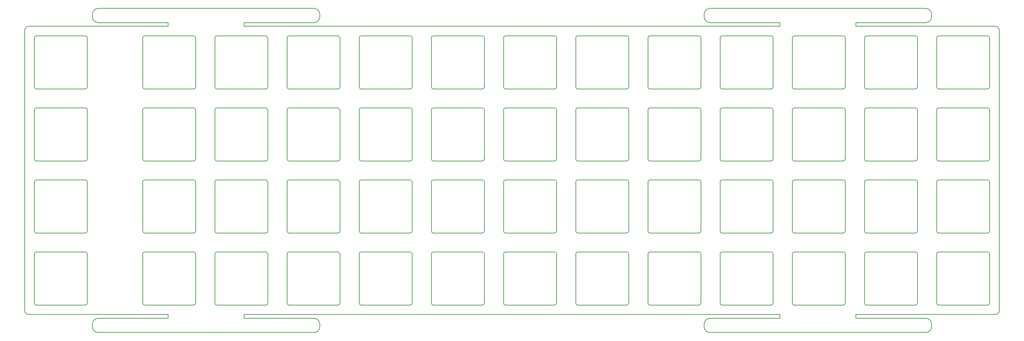
<source format=gbr>
%TF.GenerationSoftware,KiCad,Pcbnew,7.0.1-0*%
%TF.CreationDate,2023-08-02T22:38:37-05:00*%
%TF.ProjectId,plate,706c6174-652e-46b6-9963-61645f706362,rev?*%
%TF.SameCoordinates,Original*%
%TF.FileFunction,Profile,NP*%
%FSLAX46Y46*%
G04 Gerber Fmt 4.6, Leading zero omitted, Abs format (unit mm)*
G04 Created by KiCad (PCBNEW 7.0.1-0) date 2023-08-02 22:38:37*
%MOMM*%
%LPD*%
G01*
G04 APERTURE LIST*
%TA.AperFunction,Profile*%
%ADD10C,0.200000*%
%TD*%
G04 APERTURE END LIST*
D10*
X50300000Y-98800000D02*
X63300000Y-98800000D01*
X49800000Y-98300000D02*
G75*
G03*
X50300000Y-98800000I500001J1D01*
G01*
X49800000Y-85300000D02*
X49800000Y-98300000D01*
X50300000Y-84800000D02*
G75*
G03*
X49800000Y-85300000I1J-500001D01*
G01*
X63300000Y-84800000D02*
X50300000Y-84800000D01*
X63800000Y-85300000D02*
G75*
G03*
X63300000Y-84800000I-500001J-1D01*
G01*
X63800000Y-98300000D02*
X63800000Y-85300000D01*
X63300000Y-98800000D02*
G75*
G03*
X63800000Y-98300000I-1J500001D01*
G01*
X240800000Y-60700000D02*
X253800000Y-60700000D01*
X240300000Y-60200000D02*
G75*
G03*
X240800000Y-60700000I500001J1D01*
G01*
X240300000Y-47200000D02*
X240300000Y-60200000D01*
X240800000Y-46700000D02*
G75*
G03*
X240300000Y-47200000I1J-500001D01*
G01*
X253800000Y-46700000D02*
X240800000Y-46700000D01*
X254300000Y-47200000D02*
G75*
G03*
X253800000Y-46700000I-500001J-1D01*
G01*
X254300000Y-60200000D02*
X254300000Y-47200000D01*
X253800000Y-60700000D02*
G75*
G03*
X254300000Y-60200000I-1J500001D01*
G01*
X107450000Y-79750000D02*
X120450000Y-79750000D01*
X106950000Y-79250000D02*
G75*
G03*
X107450000Y-79750000I500001J1D01*
G01*
X106950000Y-66250000D02*
X106950000Y-79250000D01*
X107450000Y-65750000D02*
G75*
G03*
X106950000Y-66250000I1J-500001D01*
G01*
X120450000Y-65750000D02*
X107450000Y-65750000D01*
X120950000Y-66250000D02*
G75*
G03*
X120450000Y-65750000I-500001J-1D01*
G01*
X120950000Y-79250000D02*
X120950000Y-66250000D01*
X120450000Y-79750000D02*
G75*
G03*
X120950000Y-79250000I-1J500001D01*
G01*
X145550000Y-79750000D02*
X158550000Y-79750000D01*
X145050000Y-79250000D02*
G75*
G03*
X145550000Y-79750000I500001J1D01*
G01*
X145050000Y-66250000D02*
X145050000Y-79250000D01*
X145550000Y-65750000D02*
G75*
G03*
X145050000Y-66250000I1J-500001D01*
G01*
X158550000Y-65750000D02*
X145550000Y-65750000D01*
X159050000Y-66250000D02*
G75*
G03*
X158550000Y-65750000I-500001J-1D01*
G01*
X159050000Y-79250000D02*
X159050000Y-66250000D01*
X158550000Y-79750000D02*
G75*
G03*
X159050000Y-79250000I-1J500001D01*
G01*
X202700000Y-117850000D02*
X215700000Y-117850000D01*
X202200000Y-117350000D02*
G75*
G03*
X202700000Y-117850000I500001J1D01*
G01*
X202200000Y-104350000D02*
X202200000Y-117350000D01*
X202700000Y-103850000D02*
G75*
G03*
X202200000Y-104350000I1J-500001D01*
G01*
X215700000Y-103850000D02*
X202700000Y-103850000D01*
X216200000Y-104350000D02*
G75*
G03*
X215700000Y-103850000I-500001J-1D01*
G01*
X216200000Y-117350000D02*
X216200000Y-104350000D01*
X215700000Y-117850000D02*
G75*
G03*
X216200000Y-117350000I-1J500001D01*
G01*
X69350000Y-79750000D02*
X82350000Y-79750000D01*
X68850000Y-79250000D02*
G75*
G03*
X69350000Y-79750000I500001J1D01*
G01*
X68850000Y-66250000D02*
X68850000Y-79250000D01*
X69350000Y-65750000D02*
G75*
G03*
X68850000Y-66250000I1J-500001D01*
G01*
X82350000Y-65750000D02*
X69350000Y-65750000D01*
X82850000Y-66250000D02*
G75*
G03*
X82350000Y-65750000I-500001J-1D01*
G01*
X82850000Y-79250000D02*
X82850000Y-66250000D01*
X82350000Y-79750000D02*
G75*
G03*
X82850000Y-79250000I-1J500001D01*
G01*
X178100000Y-66250000D02*
G75*
G03*
X177600000Y-65750000I-500001J-1D01*
G01*
X164600000Y-65750000D02*
X177600000Y-65750000D01*
X164600000Y-65750000D02*
G75*
G03*
X164100000Y-66250000I1J-500001D01*
G01*
X164100000Y-79250000D02*
X164100000Y-66250000D01*
X164100000Y-79250000D02*
G75*
G03*
X164600000Y-79750000I500001J1D01*
G01*
X177600000Y-79750000D02*
X164600000Y-79750000D01*
X177600000Y-79750000D02*
G75*
G03*
X178100000Y-79250000I-1J500001D01*
G01*
X178100000Y-66250000D02*
X178100000Y-79250000D01*
X240300000Y-85300000D02*
X240300000Y-98300000D01*
X240800000Y-84800000D02*
G75*
G03*
X240300000Y-85300000I1J-500001D01*
G01*
X253800000Y-84800000D02*
X240800000Y-84800000D01*
X254300000Y-85300000D02*
G75*
G03*
X253800000Y-84800000I-500001J-1D01*
G01*
X254300000Y-98300000D02*
X254300000Y-85300000D01*
X253800000Y-98800000D02*
G75*
G03*
X254300000Y-98300000I-1J500001D01*
G01*
X240800000Y-98800000D02*
X253800000Y-98800000D01*
X240300000Y-98300000D02*
G75*
G03*
X240800000Y-98800000I500001J1D01*
G01*
X145550000Y-117850000D02*
X158550000Y-117850000D01*
X145050000Y-117350000D02*
G75*
G03*
X145550000Y-117850000I500001J1D01*
G01*
X145050000Y-104350000D02*
X145050000Y-117350000D01*
X145550000Y-103850000D02*
G75*
G03*
X145050000Y-104350000I1J-500001D01*
G01*
X158550000Y-103850000D02*
X145550000Y-103850000D01*
X159050000Y-104350000D02*
G75*
G03*
X158550000Y-103850000I-500001J-1D01*
G01*
X159050000Y-117350000D02*
X159050000Y-104350000D01*
X158550000Y-117850000D02*
G75*
G03*
X159050000Y-117350000I-1J500001D01*
G01*
X69350000Y-98800000D02*
X82350000Y-98800000D01*
X68850000Y-98300000D02*
G75*
G03*
X69350000Y-98800000I500001J1D01*
G01*
X68850000Y-85300000D02*
X68850000Y-98300000D01*
X69350000Y-84800000D02*
G75*
G03*
X68850000Y-85300000I1J-500001D01*
G01*
X82350000Y-84800000D02*
X69350000Y-84800000D01*
X82850000Y-85300000D02*
G75*
G03*
X82350000Y-84800000I-500001J-1D01*
G01*
X82850000Y-98300000D02*
X82850000Y-85300000D01*
X82350000Y-98800000D02*
G75*
G03*
X82850000Y-98300000I-1J500001D01*
G01*
X107450000Y-117850000D02*
X120450000Y-117850000D01*
X106950000Y-117350000D02*
G75*
G03*
X107450000Y-117850000I500001J1D01*
G01*
X106950000Y-104350000D02*
X106950000Y-117350000D01*
X107450000Y-103850000D02*
G75*
G03*
X106950000Y-104350000I1J-500001D01*
G01*
X120450000Y-103850000D02*
X107450000Y-103850000D01*
X120950000Y-104350000D02*
G75*
G03*
X120450000Y-103850000I-500001J-1D01*
G01*
X120950000Y-117350000D02*
X120950000Y-104350000D01*
X120450000Y-117850000D02*
G75*
G03*
X120950000Y-117350000I-1J500001D01*
G01*
X145550000Y-98800000D02*
X158550000Y-98800000D01*
X145050000Y-98300000D02*
G75*
G03*
X145550000Y-98800000I500001J1D01*
G01*
X145050000Y-85300000D02*
X145050000Y-98300000D01*
X145550000Y-84800000D02*
G75*
G03*
X145050000Y-85300000I1J-500001D01*
G01*
X158550000Y-84800000D02*
X145550000Y-84800000D01*
X159050000Y-85300000D02*
G75*
G03*
X158550000Y-84800000I-500001J-1D01*
G01*
X159050000Y-98300000D02*
X159050000Y-85300000D01*
X158550000Y-98800000D02*
G75*
G03*
X159050000Y-98300000I-1J500001D01*
G01*
X202700000Y-60700000D02*
X215700000Y-60700000D01*
X202200000Y-60200000D02*
G75*
G03*
X202700000Y-60700000I500001J1D01*
G01*
X202200000Y-47200000D02*
X202200000Y-60200000D01*
X202700000Y-46700000D02*
G75*
G03*
X202200000Y-47200000I1J-500001D01*
G01*
X215700000Y-46700000D02*
X202700000Y-46700000D01*
X216200000Y-47200000D02*
G75*
G03*
X215700000Y-46700000I-500001J-1D01*
G01*
X216200000Y-60200000D02*
X216200000Y-47200000D01*
X215700000Y-60700000D02*
G75*
G03*
X216200000Y-60200000I-1J500001D01*
G01*
X221250000Y-104350000D02*
X221250000Y-117350000D01*
X221750000Y-103850000D02*
G75*
G03*
X221250000Y-104350000I1J-500001D01*
G01*
X234750000Y-103850000D02*
X221750000Y-103850000D01*
X235250000Y-104350000D02*
G75*
G03*
X234750000Y-103850000I-500001J-1D01*
G01*
X235250000Y-117350000D02*
X235250000Y-104350000D01*
X234750000Y-117850000D02*
G75*
G03*
X235250000Y-117350000I-1J500001D01*
G01*
X221750000Y-117850000D02*
X234750000Y-117850000D01*
X221250000Y-117350000D02*
G75*
G03*
X221750000Y-117850000I500001J1D01*
G01*
X235250000Y-85300000D02*
G75*
G03*
X234750000Y-84800000I-500001J-1D01*
G01*
X221750000Y-84800000D02*
X234750000Y-84800000D01*
X221750000Y-84800000D02*
G75*
G03*
X221250000Y-85300000I1J-500001D01*
G01*
X221250000Y-98300000D02*
X221250000Y-85300000D01*
X221250000Y-98300000D02*
G75*
G03*
X221750000Y-98800000I500001J1D01*
G01*
X234750000Y-98800000D02*
X221750000Y-98800000D01*
X234750000Y-98800000D02*
G75*
G03*
X235250000Y-98300000I-1J500001D01*
G01*
X235250000Y-85300000D02*
X235250000Y-98300000D01*
X126500000Y-117850000D02*
X139500000Y-117850000D01*
X126000000Y-117350000D02*
G75*
G03*
X126500000Y-117850000I500001J1D01*
G01*
X126000000Y-104350000D02*
X126000000Y-117350000D01*
X126500000Y-103850000D02*
G75*
G03*
X126000000Y-104350000I1J-500001D01*
G01*
X139500000Y-103850000D02*
X126500000Y-103850000D01*
X140000000Y-104350000D02*
G75*
G03*
X139500000Y-103850000I-500001J-1D01*
G01*
X140000000Y-117350000D02*
X140000000Y-104350000D01*
X139500000Y-117850000D02*
G75*
G03*
X140000000Y-117350000I-1J500001D01*
G01*
X126000000Y-66250000D02*
X126000000Y-79250000D01*
X126500000Y-65750000D02*
G75*
G03*
X126000000Y-66250000I1J-500001D01*
G01*
X139500000Y-65750000D02*
X126500000Y-65750000D01*
X140000000Y-66250000D02*
G75*
G03*
X139500000Y-65750000I-500001J-1D01*
G01*
X140000000Y-79250000D02*
X140000000Y-66250000D01*
X139500000Y-79750000D02*
G75*
G03*
X140000000Y-79250000I-1J500001D01*
G01*
X126500000Y-79750000D02*
X139500000Y-79750000D01*
X126000000Y-79250000D02*
G75*
G03*
X126500000Y-79750000I500001J1D01*
G01*
X21725000Y-98800000D02*
X34725000Y-98800000D01*
X21225000Y-98300000D02*
G75*
G03*
X21725000Y-98800000I500001J1D01*
G01*
X21225000Y-85300000D02*
X21225000Y-98300000D01*
X21725000Y-84800000D02*
G75*
G03*
X21225000Y-85300000I1J-500001D01*
G01*
X34725000Y-84800000D02*
X21725000Y-84800000D01*
X35225000Y-85300000D02*
G75*
G03*
X34725000Y-84800000I-500001J-1D01*
G01*
X35225000Y-98300000D02*
X35225000Y-85300000D01*
X34725000Y-98800000D02*
G75*
G03*
X35225000Y-98300000I-1J500001D01*
G01*
X164600000Y-117850000D02*
X177600000Y-117850000D01*
X164100000Y-117350000D02*
G75*
G03*
X164600000Y-117850000I500001J1D01*
G01*
X164100000Y-104350000D02*
X164100000Y-117350000D01*
X164600000Y-103850000D02*
G75*
G03*
X164100000Y-104350000I1J-500001D01*
G01*
X177600000Y-103850000D02*
X164600000Y-103850000D01*
X178100000Y-104350000D02*
G75*
G03*
X177600000Y-103850000I-500001J-1D01*
G01*
X178100000Y-117350000D02*
X178100000Y-104350000D01*
X177600000Y-117850000D02*
G75*
G03*
X178100000Y-117350000I-1J500001D01*
G01*
X69350000Y-117850000D02*
X82350000Y-117850000D01*
X68850000Y-117350000D02*
G75*
G03*
X69350000Y-117850000I500001J1D01*
G01*
X68850000Y-104350000D02*
X68850000Y-117350000D01*
X69350000Y-103850000D02*
G75*
G03*
X68850000Y-104350000I1J-500001D01*
G01*
X82350000Y-103850000D02*
X69350000Y-103850000D01*
X82850000Y-104350000D02*
G75*
G03*
X82350000Y-103850000I-500001J-1D01*
G01*
X82850000Y-117350000D02*
X82850000Y-104350000D01*
X82350000Y-117850000D02*
G75*
G03*
X82850000Y-117350000I-1J500001D01*
G01*
X140000000Y-47200000D02*
G75*
G03*
X139500000Y-46700000I-500001J-1D01*
G01*
X126500000Y-46700000D02*
X139500000Y-46700000D01*
X126500000Y-46700000D02*
G75*
G03*
X126000000Y-47200000I1J-500001D01*
G01*
X126000000Y-60200000D02*
X126000000Y-47200000D01*
X126000000Y-60200000D02*
G75*
G03*
X126500000Y-60700000I500001J1D01*
G01*
X139500000Y-60700000D02*
X126500000Y-60700000D01*
X139500000Y-60700000D02*
G75*
G03*
X140000000Y-60200000I-1J500001D01*
G01*
X140000000Y-47200000D02*
X140000000Y-60200000D01*
X35225000Y-104350000D02*
G75*
G03*
X34725000Y-103850000I-500001J-1D01*
G01*
X21725000Y-103850000D02*
X34725000Y-103850000D01*
X21725000Y-103850000D02*
G75*
G03*
X21225000Y-104350000I1J-500001D01*
G01*
X21225000Y-117350000D02*
X21225000Y-104350000D01*
X21225000Y-117350000D02*
G75*
G03*
X21725000Y-117850000I500001J1D01*
G01*
X34725000Y-117850000D02*
X21725000Y-117850000D01*
X34725000Y-117850000D02*
G75*
G03*
X35225000Y-117350000I-1J500001D01*
G01*
X35225000Y-104350000D02*
X35225000Y-117350000D01*
X183650000Y-79750000D02*
X196650000Y-79750000D01*
X183150000Y-79250000D02*
G75*
G03*
X183650000Y-79750000I500001J1D01*
G01*
X183150000Y-66250000D02*
X183150000Y-79250000D01*
X183650000Y-65750000D02*
G75*
G03*
X183150000Y-66250000I1J-500001D01*
G01*
X196650000Y-65750000D02*
X183650000Y-65750000D01*
X197150000Y-66250000D02*
G75*
G03*
X196650000Y-65750000I-500001J-1D01*
G01*
X197150000Y-79250000D02*
X197150000Y-66250000D01*
X196650000Y-79750000D02*
G75*
G03*
X197150000Y-79250000I-1J500001D01*
G01*
X240800000Y-117850000D02*
X253800000Y-117850000D01*
X240300000Y-117350000D02*
G75*
G03*
X240800000Y-117850000I500001J1D01*
G01*
X240300000Y-104350000D02*
X240300000Y-117350000D01*
X240800000Y-103850000D02*
G75*
G03*
X240300000Y-104350000I1J-500001D01*
G01*
X253800000Y-103850000D02*
X240800000Y-103850000D01*
X254300000Y-104350000D02*
G75*
G03*
X253800000Y-103850000I-500001J-1D01*
G01*
X254300000Y-117350000D02*
X254300000Y-104350000D01*
X253800000Y-117850000D02*
G75*
G03*
X254300000Y-117350000I-1J500001D01*
G01*
X88400000Y-98800000D02*
X101400000Y-98800000D01*
X87900000Y-98300000D02*
G75*
G03*
X88400000Y-98800000I500001J1D01*
G01*
X87900000Y-85300000D02*
X87900000Y-98300000D01*
X88400000Y-84800000D02*
G75*
G03*
X87900000Y-85300000I1J-500001D01*
G01*
X101400000Y-84800000D02*
X88400000Y-84800000D01*
X101900000Y-85300000D02*
G75*
G03*
X101400000Y-84800000I-500001J-1D01*
G01*
X101900000Y-98300000D02*
X101900000Y-85300000D01*
X101400000Y-98800000D02*
G75*
G03*
X101900000Y-98300000I-1J500001D01*
G01*
X183650000Y-117850000D02*
X196650000Y-117850000D01*
X183150000Y-117350000D02*
G75*
G03*
X183650000Y-117850000I500001J1D01*
G01*
X183150000Y-104350000D02*
X183150000Y-117350000D01*
X183650000Y-103850000D02*
G75*
G03*
X183150000Y-104350000I1J-500001D01*
G01*
X196650000Y-103850000D02*
X183650000Y-103850000D01*
X197150000Y-104350000D02*
G75*
G03*
X196650000Y-103850000I-500001J-1D01*
G01*
X197150000Y-117350000D02*
X197150000Y-104350000D01*
X196650000Y-117850000D02*
G75*
G03*
X197150000Y-117350000I-1J500001D01*
G01*
X164600000Y-98800000D02*
X177600000Y-98800000D01*
X164100000Y-98300000D02*
G75*
G03*
X164600000Y-98800000I500001J1D01*
G01*
X164100000Y-85300000D02*
X164100000Y-98300000D01*
X164600000Y-84800000D02*
G75*
G03*
X164100000Y-85300000I1J-500001D01*
G01*
X177600000Y-84800000D02*
X164600000Y-84800000D01*
X178100000Y-85300000D02*
G75*
G03*
X177600000Y-84800000I-500001J-1D01*
G01*
X178100000Y-98300000D02*
X178100000Y-85300000D01*
X177600000Y-98800000D02*
G75*
G03*
X178100000Y-98300000I-1J500001D01*
G01*
X259850000Y-117850000D02*
X272850000Y-117850000D01*
X259350000Y-117350000D02*
G75*
G03*
X259850000Y-117850000I500001J1D01*
G01*
X259350000Y-104350000D02*
X259350000Y-117350000D01*
X259850000Y-103850000D02*
G75*
G03*
X259350000Y-104350000I1J-500001D01*
G01*
X272850000Y-103850000D02*
X259850000Y-103850000D01*
X273350000Y-104350000D02*
G75*
G03*
X272850000Y-103850000I-500001J-1D01*
G01*
X273350000Y-117350000D02*
X273350000Y-104350000D01*
X272850000Y-117850000D02*
G75*
G03*
X273350000Y-117350000I-1J500001D01*
G01*
X69350000Y-60700000D02*
X82350000Y-60700000D01*
X68850000Y-60200000D02*
G75*
G03*
X69350000Y-60700000I500001J1D01*
G01*
X68850000Y-47200000D02*
X68850000Y-60200000D01*
X69350000Y-46700000D02*
G75*
G03*
X68850000Y-47200000I1J-500001D01*
G01*
X82350000Y-46700000D02*
X69350000Y-46700000D01*
X82850000Y-47200000D02*
G75*
G03*
X82350000Y-46700000I-500001J-1D01*
G01*
X82850000Y-60200000D02*
X82850000Y-47200000D01*
X82350000Y-60700000D02*
G75*
G03*
X82850000Y-60200000I-1J500001D01*
G01*
X88400000Y-117850000D02*
X101400000Y-117850000D01*
X87900000Y-117350000D02*
G75*
G03*
X88400000Y-117850000I500001J1D01*
G01*
X87900000Y-104350000D02*
X87900000Y-117350000D01*
X88400000Y-103850000D02*
G75*
G03*
X87900000Y-104350000I1J-500001D01*
G01*
X101400000Y-103850000D02*
X88400000Y-103850000D01*
X101900000Y-104350000D02*
G75*
G03*
X101400000Y-103850000I-500001J-1D01*
G01*
X101900000Y-117350000D02*
X101900000Y-104350000D01*
X101400000Y-117850000D02*
G75*
G03*
X101900000Y-117350000I-1J500001D01*
G01*
X50300000Y-117850000D02*
X63300000Y-117850000D01*
X49800000Y-117350000D02*
G75*
G03*
X50300000Y-117850000I500001J1D01*
G01*
X49800000Y-104350000D02*
X49800000Y-117350000D01*
X50300000Y-103850000D02*
G75*
G03*
X49800000Y-104350000I1J-500001D01*
G01*
X63300000Y-103850000D02*
X50300000Y-103850000D01*
X63800000Y-104350000D02*
G75*
G03*
X63300000Y-103850000I-500001J-1D01*
G01*
X63800000Y-117350000D02*
X63800000Y-104350000D01*
X63300000Y-117850000D02*
G75*
G03*
X63800000Y-117350000I-1J500001D01*
G01*
X107450000Y-60700000D02*
X120450000Y-60700000D01*
X106950000Y-60200000D02*
G75*
G03*
X107450000Y-60700000I500001J1D01*
G01*
X106950000Y-47200000D02*
X106950000Y-60200000D01*
X107450000Y-46700000D02*
G75*
G03*
X106950000Y-47200000I1J-500001D01*
G01*
X120450000Y-46700000D02*
X107450000Y-46700000D01*
X120950000Y-47200000D02*
G75*
G03*
X120450000Y-46700000I-500001J-1D01*
G01*
X120950000Y-60200000D02*
X120950000Y-47200000D01*
X120450000Y-60700000D02*
G75*
G03*
X120950000Y-60200000I-1J500001D01*
G01*
X259850000Y-98800000D02*
X272850000Y-98800000D01*
X259350000Y-98300000D02*
G75*
G03*
X259850000Y-98800000I500001J1D01*
G01*
X259350000Y-85300000D02*
X259350000Y-98300000D01*
X259850000Y-84800000D02*
G75*
G03*
X259350000Y-85300000I1J-500001D01*
G01*
X272850000Y-84800000D02*
X259850000Y-84800000D01*
X273350000Y-85300000D02*
G75*
G03*
X272850000Y-84800000I-500001J-1D01*
G01*
X273350000Y-98300000D02*
X273350000Y-85300000D01*
X272850000Y-98800000D02*
G75*
G03*
X273350000Y-98300000I-1J500001D01*
G01*
X21725000Y-60700000D02*
X34725000Y-60700000D01*
X21225000Y-60200000D02*
G75*
G03*
X21725000Y-60700000I500001J1D01*
G01*
X21225000Y-47200000D02*
X21225000Y-60200000D01*
X21725000Y-46700000D02*
G75*
G03*
X21225000Y-47200000I1J-500001D01*
G01*
X34725000Y-46700000D02*
X21725000Y-46700000D01*
X35225000Y-47200000D02*
G75*
G03*
X34725000Y-46700000I-500001J-1D01*
G01*
X35225000Y-60200000D02*
X35225000Y-47200000D01*
X34725000Y-60700000D02*
G75*
G03*
X35225000Y-60200000I-1J500001D01*
G01*
X21725000Y-79750000D02*
X34725000Y-79750000D01*
X21225000Y-79250000D02*
G75*
G03*
X21725000Y-79750000I500001J1D01*
G01*
X21225000Y-66250000D02*
X21225000Y-79250000D01*
X21725000Y-65750000D02*
G75*
G03*
X21225000Y-66250000I1J-500001D01*
G01*
X34725000Y-65750000D02*
X21725000Y-65750000D01*
X35225000Y-66250000D02*
G75*
G03*
X34725000Y-65750000I-500001J-1D01*
G01*
X35225000Y-79250000D02*
X35225000Y-66250000D01*
X34725000Y-79750000D02*
G75*
G03*
X35225000Y-79250000I-1J500001D01*
G01*
X50300000Y-79750000D02*
X63300000Y-79750000D01*
X49800000Y-79250000D02*
G75*
G03*
X50300000Y-79750000I500001J1D01*
G01*
X49800000Y-66250000D02*
X49800000Y-79250000D01*
X50300000Y-65750000D02*
G75*
G03*
X49800000Y-66250000I1J-500001D01*
G01*
X63300000Y-65750000D02*
X50300000Y-65750000D01*
X63800000Y-66250000D02*
G75*
G03*
X63300000Y-65750000I-500001J-1D01*
G01*
X63800000Y-79250000D02*
X63800000Y-66250000D01*
X63300000Y-79750000D02*
G75*
G03*
X63800000Y-79250000I-1J500001D01*
G01*
X88400000Y-60700000D02*
X101400000Y-60700000D01*
X87900000Y-60200000D02*
G75*
G03*
X88400000Y-60700000I500001J1D01*
G01*
X87900000Y-47200000D02*
X87900000Y-60200000D01*
X88400000Y-46700000D02*
G75*
G03*
X87900000Y-47200000I1J-500001D01*
G01*
X101400000Y-46700000D02*
X88400000Y-46700000D01*
X101900000Y-47200000D02*
G75*
G03*
X101400000Y-46700000I-500001J-1D01*
G01*
X101900000Y-60200000D02*
X101900000Y-47200000D01*
X101400000Y-60700000D02*
G75*
G03*
X101900000Y-60200000I-1J500001D01*
G01*
X202700000Y-98800000D02*
X215700000Y-98800000D01*
X202200000Y-98300000D02*
G75*
G03*
X202700000Y-98800000I500001J1D01*
G01*
X202200000Y-85300000D02*
X202200000Y-98300000D01*
X202700000Y-84800000D02*
G75*
G03*
X202200000Y-85300000I1J-500001D01*
G01*
X215700000Y-84800000D02*
X202700000Y-84800000D01*
X216200000Y-85300000D02*
G75*
G03*
X215700000Y-84800000I-500001J-1D01*
G01*
X216200000Y-98300000D02*
X216200000Y-85300000D01*
X215700000Y-98800000D02*
G75*
G03*
X216200000Y-98300000I-1J500001D01*
G01*
X107450000Y-98800000D02*
X120450000Y-98800000D01*
X106950000Y-98300000D02*
G75*
G03*
X107450000Y-98800000I500001J1D01*
G01*
X106950000Y-85300000D02*
X106950000Y-98300000D01*
X107450000Y-84800000D02*
G75*
G03*
X106950000Y-85300000I1J-500001D01*
G01*
X120450000Y-84800000D02*
X107450000Y-84800000D01*
X120950000Y-85300000D02*
G75*
G03*
X120450000Y-84800000I-500001J-1D01*
G01*
X120950000Y-98300000D02*
X120950000Y-85300000D01*
X120450000Y-98800000D02*
G75*
G03*
X120950000Y-98300000I-1J500001D01*
G01*
X140000000Y-85300000D02*
G75*
G03*
X139500000Y-84800000I-500001J-1D01*
G01*
X126500000Y-84800000D02*
X139500000Y-84800000D01*
X126500000Y-84800000D02*
G75*
G03*
X126000000Y-85300000I1J-500001D01*
G01*
X126000000Y-98300000D02*
X126000000Y-85300000D01*
X126000000Y-98300000D02*
G75*
G03*
X126500000Y-98800000I500001J1D01*
G01*
X139500000Y-98800000D02*
X126500000Y-98800000D01*
X139500000Y-98800000D02*
G75*
G03*
X140000000Y-98300000I-1J500001D01*
G01*
X140000000Y-85300000D02*
X140000000Y-98300000D01*
X183650000Y-60700000D02*
X196650000Y-60700000D01*
X183150000Y-60200000D02*
G75*
G03*
X183650000Y-60700000I500001J1D01*
G01*
X183150000Y-47200000D02*
X183150000Y-60200000D01*
X183650000Y-46700000D02*
G75*
G03*
X183150000Y-47200000I1J-500001D01*
G01*
X196650000Y-46700000D02*
X183650000Y-46700000D01*
X197150000Y-47200000D02*
G75*
G03*
X196650000Y-46700000I-500001J-1D01*
G01*
X197150000Y-60200000D02*
X197150000Y-47200000D01*
X196650000Y-60700000D02*
G75*
G03*
X197150000Y-60200000I-1J500001D01*
G01*
X240800000Y-79750000D02*
X253800000Y-79750000D01*
X240300000Y-79250000D02*
G75*
G03*
X240800000Y-79750000I500001J1D01*
G01*
X240300000Y-66250000D02*
X240300000Y-79250000D01*
X240800000Y-65750000D02*
G75*
G03*
X240300000Y-66250000I1J-500001D01*
G01*
X253800000Y-65750000D02*
X240800000Y-65750000D01*
X254300000Y-66250000D02*
G75*
G03*
X253800000Y-65750000I-500001J-1D01*
G01*
X254300000Y-79250000D02*
X254300000Y-66250000D01*
X253800000Y-79750000D02*
G75*
G03*
X254300000Y-79250000I-1J500001D01*
G01*
X164600000Y-60700000D02*
X177600000Y-60700000D01*
X164100000Y-60200000D02*
G75*
G03*
X164600000Y-60700000I500001J1D01*
G01*
X164100000Y-47200000D02*
X164100000Y-60200000D01*
X164600000Y-46700000D02*
G75*
G03*
X164100000Y-47200000I1J-500001D01*
G01*
X177600000Y-46700000D02*
X164600000Y-46700000D01*
X178100000Y-47200000D02*
G75*
G03*
X177600000Y-46700000I-500001J-1D01*
G01*
X178100000Y-60200000D02*
X178100000Y-47200000D01*
X177600000Y-60700000D02*
G75*
G03*
X178100000Y-60200000I-1J500001D01*
G01*
X221750000Y-79750000D02*
X234750000Y-79750000D01*
X221250000Y-79250000D02*
G75*
G03*
X221750000Y-79750000I500001J1D01*
G01*
X221250000Y-66250000D02*
X221250000Y-79250000D01*
X221750000Y-65750000D02*
G75*
G03*
X221250000Y-66250000I1J-500001D01*
G01*
X234750000Y-65750000D02*
X221750000Y-65750000D01*
X235250000Y-66250000D02*
G75*
G03*
X234750000Y-65750000I-500001J-1D01*
G01*
X235250000Y-79250000D02*
X235250000Y-66250000D01*
X234750000Y-79750000D02*
G75*
G03*
X235250000Y-79250000I-1J500001D01*
G01*
X221750000Y-60700000D02*
X234750000Y-60700000D01*
X221250000Y-60200000D02*
G75*
G03*
X221750000Y-60700000I500001J1D01*
G01*
X221250000Y-47200000D02*
X221250000Y-60200000D01*
X221750000Y-46700000D02*
G75*
G03*
X221250000Y-47200000I1J-500001D01*
G01*
X234750000Y-46700000D02*
X221750000Y-46700000D01*
X235250000Y-47200000D02*
G75*
G03*
X234750000Y-46700000I-500001J-1D01*
G01*
X235250000Y-60200000D02*
X235250000Y-47200000D01*
X234750000Y-60700000D02*
G75*
G03*
X235250000Y-60200000I-1J500001D01*
G01*
X50300000Y-60700000D02*
X63300000Y-60700000D01*
X49800000Y-60200000D02*
G75*
G03*
X50300000Y-60700000I500001J1D01*
G01*
X49800000Y-47200000D02*
X49800000Y-60200000D01*
X50300000Y-46700000D02*
G75*
G03*
X49800000Y-47200000I1J-500001D01*
G01*
X63300000Y-46700000D02*
X50300000Y-46700000D01*
X63800000Y-47200000D02*
G75*
G03*
X63300000Y-46700000I-500001J-1D01*
G01*
X63800000Y-60200000D02*
X63800000Y-47200000D01*
X63300000Y-60700000D02*
G75*
G03*
X63800000Y-60200000I-1J500001D01*
G01*
X202700000Y-79750000D02*
X215700000Y-79750000D01*
X202200000Y-79250000D02*
G75*
G03*
X202700000Y-79750000I500001J1D01*
G01*
X202200000Y-66250000D02*
X202200000Y-79250000D01*
X202700000Y-65750000D02*
G75*
G03*
X202200000Y-66250000I1J-500001D01*
G01*
X215700000Y-65750000D02*
X202700000Y-65750000D01*
X216200000Y-66250000D02*
G75*
G03*
X215700000Y-65750000I-500001J-1D01*
G01*
X216200000Y-79250000D02*
X216200000Y-66250000D01*
X215700000Y-79750000D02*
G75*
G03*
X216200000Y-79250000I-1J500001D01*
G01*
X145550000Y-60700000D02*
X158550000Y-60700000D01*
X145050000Y-60200000D02*
G75*
G03*
X145550000Y-60700000I500001J1D01*
G01*
X145050000Y-47200000D02*
X145050000Y-60200000D01*
X145550000Y-46700000D02*
G75*
G03*
X145050000Y-47200000I1J-500001D01*
G01*
X158550000Y-46700000D02*
X145550000Y-46700000D01*
X159050000Y-47200000D02*
G75*
G03*
X158550000Y-46700000I-500001J-1D01*
G01*
X159050000Y-60200000D02*
X159050000Y-47200000D01*
X158550000Y-60700000D02*
G75*
G03*
X159050000Y-60200000I-1J500001D01*
G01*
X273350000Y-66250000D02*
G75*
G03*
X272850000Y-65750000I-500001J-1D01*
G01*
X259850000Y-65750000D02*
X272850000Y-65750000D01*
X259850000Y-65750000D02*
G75*
G03*
X259350000Y-66250000I1J-500001D01*
G01*
X259350000Y-79250000D02*
X259350000Y-66250000D01*
X259350000Y-79250000D02*
G75*
G03*
X259850000Y-79750000I500001J1D01*
G01*
X272850000Y-79750000D02*
X259850000Y-79750000D01*
X272850000Y-79750000D02*
G75*
G03*
X273350000Y-79250000I-1J500001D01*
G01*
X273350000Y-66250000D02*
X273350000Y-79250000D01*
X87900000Y-66250000D02*
X87900000Y-79250000D01*
X88400000Y-65750000D02*
G75*
G03*
X87900000Y-66250000I1J-500001D01*
G01*
X101400000Y-65750000D02*
X88400000Y-65750000D01*
X101900000Y-66250000D02*
G75*
G03*
X101400000Y-65750000I-500001J-1D01*
G01*
X101900000Y-79250000D02*
X101900000Y-66250000D01*
X101400000Y-79750000D02*
G75*
G03*
X101900000Y-79250000I-1J500001D01*
G01*
X88400000Y-79750000D02*
X101400000Y-79750000D01*
X87900000Y-79250000D02*
G75*
G03*
X88400000Y-79750000I500001J1D01*
G01*
X183650000Y-98800000D02*
X196650000Y-98800000D01*
X183150000Y-98300000D02*
G75*
G03*
X183650000Y-98800000I500001J1D01*
G01*
X183150000Y-85300000D02*
X183150000Y-98300000D01*
X183650000Y-84800000D02*
G75*
G03*
X183150000Y-85300000I1J-500001D01*
G01*
X196650000Y-84800000D02*
X183650000Y-84800000D01*
X197150000Y-85300000D02*
G75*
G03*
X196650000Y-84800000I-500001J-1D01*
G01*
X197150000Y-98300000D02*
X197150000Y-85300000D01*
X196650000Y-98800000D02*
G75*
G03*
X197150000Y-98300000I-1J500001D01*
G01*
X273350000Y-47200000D02*
G75*
G03*
X272850000Y-46700000I-500001J-1D01*
G01*
X259850000Y-46700000D02*
X272850000Y-46700000D01*
X259850000Y-46700000D02*
G75*
G03*
X259350000Y-47200000I1J-500001D01*
G01*
X259350000Y-60200000D02*
X259350000Y-47200000D01*
X259350000Y-60200000D02*
G75*
G03*
X259850000Y-60700000I500001J1D01*
G01*
X272850000Y-60700000D02*
X259850000Y-60700000D01*
X272850000Y-60700000D02*
G75*
G03*
X273350000Y-60200000I-1J500001D01*
G01*
X273350000Y-47200000D02*
X273350000Y-60200000D01*
X256515625Y-39425000D02*
X199515625Y-39425000D01*
X258015625Y-40925000D02*
G75*
G03*
X256515625Y-39425000I-1500001J-1D01*
G01*
X258015625Y-41675000D02*
X258015625Y-40925000D01*
X256515625Y-43175000D02*
G75*
G03*
X258015625Y-41675000I-1J1500001D01*
G01*
X238015625Y-43175000D02*
X256515625Y-43175000D01*
X238015625Y-44175000D02*
X238015625Y-43175000D01*
X274875000Y-44175000D02*
X238015625Y-44175000D01*
X275875000Y-45175000D02*
G75*
G03*
X274875000Y-44175000I-999999J1D01*
G01*
X275875000Y-119375000D02*
X275875000Y-45175000D01*
X274875000Y-120375000D02*
G75*
G03*
X275875000Y-119375000I1J999999D01*
G01*
X238015625Y-120375000D02*
X274875000Y-120375000D01*
X238015625Y-121375000D02*
X238015625Y-120375000D01*
X256515625Y-121375000D02*
X238015625Y-121375000D01*
X258015625Y-122875000D02*
G75*
G03*
X256515625Y-121375000I-1500001J-1D01*
G01*
X258015625Y-123625000D02*
X258015625Y-122875000D01*
X256515625Y-125125000D02*
G75*
G03*
X258015625Y-123625000I-1J1500001D01*
G01*
X199515625Y-125125000D02*
X256515625Y-125125000D01*
X198015625Y-123625000D02*
G75*
G03*
X199515625Y-125125000I1500001J1D01*
G01*
X198015625Y-122875000D02*
X198015625Y-123625000D01*
X199515625Y-121375000D02*
G75*
G03*
X198015625Y-122875000I1J-1500001D01*
G01*
X218015625Y-121375000D02*
X199515625Y-121375000D01*
X218015625Y-120375000D02*
X218015625Y-121375000D01*
X76559375Y-120375000D02*
X218015625Y-120375000D01*
X76559375Y-121375000D02*
X76559375Y-120375000D01*
X95059375Y-121375000D02*
X76559375Y-121375000D01*
X96559375Y-122875000D02*
G75*
G03*
X95059375Y-121375000I-1500001J-1D01*
G01*
X96559375Y-123625000D02*
X96559375Y-122875000D01*
X95059375Y-125125000D02*
G75*
G03*
X96559375Y-123625000I-1J1500001D01*
G01*
X38059375Y-125125000D02*
X95059375Y-125125000D01*
X36559375Y-123625000D02*
G75*
G03*
X38059375Y-125125000I1500001J1D01*
G01*
X36559375Y-122875000D02*
X36559375Y-123625000D01*
X38059375Y-121375000D02*
G75*
G03*
X36559375Y-122875000I1J-1500001D01*
G01*
X56559375Y-121375000D02*
X38059375Y-121375000D01*
X56559375Y-120375000D02*
X56559375Y-121375000D01*
X19700000Y-120375000D02*
X56559375Y-120375000D01*
X18700000Y-119375000D02*
G75*
G03*
X19700000Y-120375000I999999J-1D01*
G01*
X18700000Y-45175000D02*
X18700000Y-119375000D01*
X19700000Y-44175000D02*
G75*
G03*
X18700000Y-45175000I-1J-999999D01*
G01*
X56559375Y-44175000D02*
X19700000Y-44175000D01*
X56559375Y-43175000D02*
X56559375Y-44175000D01*
X38059375Y-43175000D02*
X56559375Y-43175000D01*
X36559375Y-41675000D02*
G75*
G03*
X38059375Y-43175000I1500001J1D01*
G01*
X36559375Y-40925000D02*
X36559375Y-41675000D01*
X38059375Y-39425000D02*
G75*
G03*
X36559375Y-40925000I1J-1500001D01*
G01*
X95059375Y-39425000D02*
X38059375Y-39425000D01*
X96559375Y-40925000D02*
G75*
G03*
X95059375Y-39425000I-1500001J-1D01*
G01*
X96559375Y-41675000D02*
X96559375Y-40925000D01*
X95059375Y-43175000D02*
G75*
G03*
X96559375Y-41675000I-1J1500001D01*
G01*
X76559375Y-43175000D02*
X95059375Y-43175000D01*
X76559375Y-44175000D02*
X76559375Y-43175000D01*
X218015625Y-44175000D02*
X76559375Y-44175000D01*
X218015625Y-43175000D02*
X218015625Y-44175000D01*
X199515625Y-43175000D02*
X218015625Y-43175000D01*
X198015625Y-41675000D02*
G75*
G03*
X199515625Y-43175000I1500001J1D01*
G01*
X198015625Y-40925000D02*
X198015625Y-41675000D01*
X199515625Y-39425000D02*
G75*
G03*
X198015625Y-40925000I1J-1500001D01*
G01*
M02*

</source>
